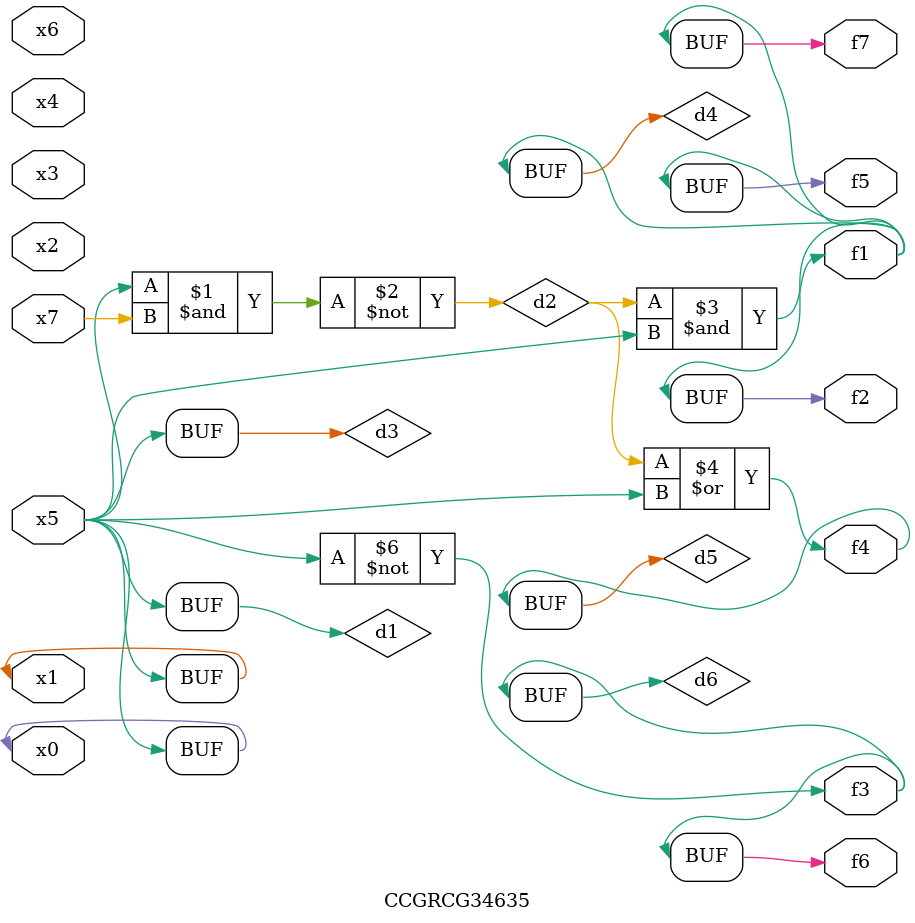
<source format=v>
module CCGRCG34635(
	input x0, x1, x2, x3, x4, x5, x6, x7,
	output f1, f2, f3, f4, f5, f6, f7
);

	wire d1, d2, d3, d4, d5, d6;

	buf (d1, x0, x5);
	nand (d2, x5, x7);
	buf (d3, x0, x1);
	and (d4, d2, d3);
	or (d5, d2, d3);
	nor (d6, d1, d3);
	assign f1 = d4;
	assign f2 = d4;
	assign f3 = d6;
	assign f4 = d5;
	assign f5 = d4;
	assign f6 = d6;
	assign f7 = d4;
endmodule

</source>
